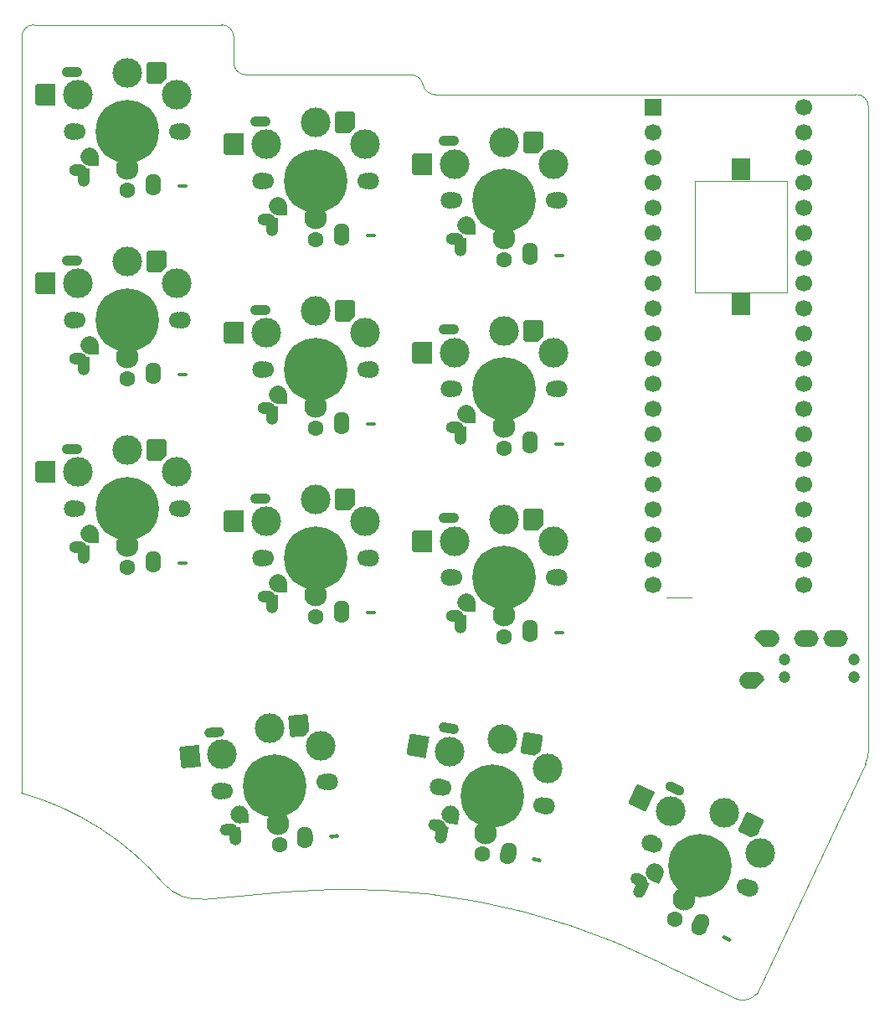
<source format=gts>
%TF.GenerationSoftware,KiCad,Pcbnew,(7.0.0-0)*%
%TF.CreationDate,2023-05-01T13:28:00-07:00*%
%TF.ProjectId,cantor-master-key,63616e74-6f72-42d6-9d61-737465722d6b,rev1.0*%
%TF.SameCoordinates,PX78114e0PY44b6550*%
%TF.FileFunction,Soldermask,Top*%
%TF.FilePolarity,Negative*%
%FSLAX46Y46*%
G04 Gerber Fmt 4.6, Leading zero omitted, Abs format (unit mm)*
G04 Created by KiCad (PCBNEW (7.0.0-0)) date 2023-05-01 13:28:00*
%MOMM*%
%LPD*%
G01*
G04 APERTURE LIST*
G04 Aperture macros list*
%AMHorizOval*
0 Thick line with rounded ends*
0 $1 width*
0 $2 $3 position (X,Y) of the first rounded end (center of the circle)*
0 $4 $5 position (X,Y) of the second rounded end (center of the circle)*
0 Add line between two ends*
20,1,$1,$2,$3,$4,$5,0*
0 Add two circle primitives to create the rounded ends*
1,1,$1,$2,$3*
1,1,$1,$4,$5*%
%AMFreePoly0*
4,1,28,-1.000000,0.000000,-0.988573,0.106283,-0.938839,0.239624,-0.853553,0.353553,-0.739624,0.438839,-0.606283,0.488573,-0.500000,0.500000,0.500000,0.500000,0.606283,0.488573,0.739624,0.438839,0.853553,0.353553,0.938839,0.239624,0.988573,0.106283,1.000000,0.000000,0.988573,-0.106283,0.938839,-0.239624,0.853553,-0.353553,0.739624,-0.438839,0.606283,-0.488573,0.500000,-0.500000,
-0.500000,-0.500000,-0.606283,-0.488573,-0.739624,-0.438839,-0.853553,-0.353553,-0.938839,-0.239624,-0.988573,-0.106283,-1.000000,0.000000,-1.000000,0.000000,-1.000000,0.000000,$1*%
%AMFreePoly1*
4,1,13,-1.000000,0.860000,-0.981731,0.951844,-0.929706,1.029706,-0.851844,1.081731,-0.760000,1.100000,1.000000,1.100000,1.000000,-1.100000,-0.760000,-1.100000,-0.851844,-1.081731,-0.929706,-1.029706,-0.981731,-0.951844,-1.000000,-0.860000,-1.000000,0.860000,-1.000000,0.860000,$1*%
%AMFreePoly2*
4,1,17,-0.900000,0.000000,-0.879555,0.155291,-0.819615,0.300000,-0.724264,0.424264,-0.600000,0.519615,-0.455291,0.579555,-0.300000,0.600000,0.900000,0.600000,0.900000,-0.600000,-0.300000,-0.600000,-0.455291,-0.579555,-0.600000,-0.519615,-0.724264,-0.424264,-0.819615,-0.300000,-0.879555,-0.155291,-0.900000,0.000000,-0.900000,0.000000,-0.900000,0.000000,$1*%
%AMFreePoly3*
4,1,27,-0.900000,0.900000,0.000000,0.900000,0.140791,0.888920,0.322531,0.840222,0.490175,0.754804,0.636396,0.636396,0.754804,0.490175,0.840222,0.322531,0.888920,0.140791,0.900000,0.000000,0.888920,-0.140791,0.840222,-0.322531,0.754804,-0.490175,0.636396,-0.636396,0.490175,-0.754804,0.322531,-0.840222,0.140791,-0.888920,0.000000,-0.900000,-0.140791,-0.888920,-0.322531,-0.840222,
-0.490175,-0.754804,-0.636396,-0.636396,-0.754804,-0.490175,-0.840222,-0.322531,-0.888920,-0.140791,-0.900000,0.000000,-0.900000,0.900000,-0.900000,0.900000,$1*%
%AMFreePoly4*
4,1,20,-0.800000,0.720000,-0.720000,0.800000,0.720000,0.800000,0.800000,0.720000,0.800000,0.000000,0.779942,-0.178017,0.720775,-0.347107,0.625465,-0.498792,0.498792,-0.625465,0.347107,-0.720775,0.178017,-0.779942,0.000000,-0.800000,-0.178017,-0.779942,-0.347107,-0.720775,-0.498792,-0.625465,-0.625465,-0.498792,-0.720775,-0.347107,-0.779942,-0.178017,-0.800000,0.000000,-0.800000,0.720000,
-0.800000,0.720000,$1*%
%AMFreePoly5*
4,1,18,-1.000000,0.860000,-0.981731,0.951844,-0.929706,1.029706,-0.851844,1.081731,-0.760000,1.100000,0.760000,1.100000,0.851844,1.081731,0.929706,1.029706,0.981731,0.951844,1.000000,0.860000,1.000000,-0.600000,0.500000,-1.100000,-0.760000,-1.100000,-0.851844,-1.081731,-0.929706,-1.029706,-0.981731,-0.951844,-1.000000,-0.860000,-1.000000,0.860000,-1.000000,0.860000,$1*%
%AMFreePoly6*
4,1,28,-0.850000,0.400000,-0.842219,0.514750,-0.797860,0.693119,-0.716195,0.857783,-0.601041,1.001041,-0.457783,1.116195,-0.293119,1.197860,-0.114750,1.242219,0.000000,1.250000,0.850000,0.400000,0.850000,-0.400000,0.842219,-0.514750,0.797860,-0.693119,0.716195,-0.857783,0.601041,-1.001041,0.457783,-1.116195,0.293119,-1.197860,0.114750,-1.242219,0.000000,-1.250000,-0.114750,-1.242219,
-0.293119,-1.197860,-0.457783,-1.116195,-0.601041,-1.001041,-0.716195,-0.857783,-0.797860,-0.693119,-0.842219,-0.514750,-0.850000,-0.400000,-0.850000,0.400000,-0.850000,0.400000,$1*%
%AMFreePoly7*
4,1,28,-0.850000,0.400000,-0.842219,0.514750,-0.797860,0.693119,-0.716195,0.857783,-0.601041,1.001041,-0.457783,1.116195,-0.293119,1.197860,-0.114750,1.242219,0.000000,1.250000,0.114750,1.242219,0.293119,1.197860,0.457783,1.116195,0.601041,1.001041,0.716195,0.857783,0.797860,0.693119,0.842219,0.514750,0.850000,0.400000,0.850000,-0.400000,0.000000,-1.250000,-0.114750,-1.242219,
-0.293119,-1.197860,-0.457783,-1.116195,-0.601041,-1.001041,-0.716195,-0.857783,-0.797860,-0.693119,-0.842219,-0.514750,-0.850000,-0.400000,-0.850000,0.400000,-0.850000,0.400000,$1*%
G04 Aperture macros list end*
%ADD10C,0.120000*%
%ADD11FreePoly0,0.000000*%
%ADD12C,1.800000*%
%ADD13C,1.700000*%
%ADD14C,3.000000*%
%ADD15C,4.800000*%
%ADD16C,6.400000*%
%ADD17C,2.300000*%
%ADD18O,1.000000X0.400000*%
%ADD19FreePoly1,0.000000*%
%ADD20O,1.800000X1.200000*%
%ADD21FreePoly2,90.000000*%
%ADD22FreePoly3,180.000000*%
%ADD23C,1.600000*%
%ADD24FreePoly4,180.000000*%
%ADD25FreePoly5,0.000000*%
%ADD26FreePoly0,5.000000*%
%ADD27HorizOval,0.400000X0.298858X0.026147X-0.298858X-0.026147X0*%
%ADD28FreePoly1,5.000000*%
%ADD29HorizOval,1.200000X0.298858X0.026147X-0.298858X-0.026147X0*%
%ADD30FreePoly2,95.000000*%
%ADD31FreePoly3,185.000000*%
%ADD32FreePoly4,185.000000*%
%ADD33FreePoly5,5.000000*%
%ADD34C,1.200000*%
%ADD35FreePoly6,270.000000*%
%ADD36FreePoly7,270.000000*%
%ADD37O,2.500000X1.700000*%
%ADD38C,0.400000*%
%ADD39R,1.955800X2.311400*%
%ADD40FreePoly0,335.000000*%
%ADD41HorizOval,0.400000X0.271892X-0.126785X-0.271892X0.126785X0*%
%ADD42FreePoly1,335.000000*%
%ADD43HorizOval,1.200000X0.271892X-0.126785X-0.271892X0.126785X0*%
%ADD44FreePoly2,65.000000*%
%ADD45FreePoly3,155.000000*%
%ADD46FreePoly4,155.000000*%
%ADD47FreePoly5,335.000000*%
%ADD48R,1.700000X1.700000*%
%ADD49FreePoly0,350.000000*%
%ADD50HorizOval,0.400000X0.295442X-0.052094X-0.295442X0.052094X0*%
%ADD51FreePoly1,350.000000*%
%ADD52HorizOval,1.200000X0.295442X-0.052094X-0.295442X0.052094X0*%
%ADD53FreePoly2,80.000000*%
%ADD54FreePoly3,170.000000*%
%ADD55FreePoly4,170.000000*%
%ADD56FreePoly5,350.000000*%
%TA.AperFunction,Profile*%
%ADD57C,0.100000*%
%TD*%
%TA.AperFunction,Profile*%
%ADD58C,0.120000*%
%TD*%
G04 APERTURE END LIST*
D10*
%TO.C,U1*%
X54525000Y-28080000D02*
X57065000Y-28080000D01*
%TD*%
D11*
%TO.C,K25*%
X32549999Y-20049999D03*
D12*
X32600000Y-26050000D03*
D13*
X33020000Y-26050000D03*
D14*
X33100000Y-22350000D03*
X38100000Y-20150000D03*
D15*
X38100000Y-26050000D03*
D16*
X38100000Y-26050000D03*
D17*
X38100000Y-29800000D03*
D14*
X43100000Y-22350000D03*
D13*
X43180000Y-26050000D03*
D12*
X43600000Y-26050000D03*
D18*
X43649999Y-31599999D03*
D19*
X29824999Y-22349999D03*
D20*
X33099999Y-29949999D03*
D21*
X33699999Y-30749999D03*
D22*
X34289999Y-28589999D03*
D23*
X38100000Y-32000000D03*
D24*
X40699999Y-31129999D03*
D23*
X40700000Y-31800000D03*
D25*
X41099999Y-20149999D03*
%TD*%
D11*
%TO.C,K24*%
X13499999Y-18049999D03*
D12*
X13550000Y-24050000D03*
D13*
X13970000Y-24050000D03*
D14*
X14050000Y-20350000D03*
X19050000Y-18150000D03*
D15*
X19050000Y-24050000D03*
D16*
X19050000Y-24050000D03*
D17*
X19050000Y-27800000D03*
D14*
X24050000Y-20350000D03*
D13*
X24130000Y-24050000D03*
D12*
X24550000Y-24050000D03*
D18*
X24599999Y-29599999D03*
D19*
X10774999Y-20349999D03*
D20*
X14049999Y-27949999D03*
D21*
X14649999Y-28749999D03*
D22*
X15239999Y-26589999D03*
D23*
X19050000Y-30000000D03*
D24*
X21649999Y-29129999D03*
D23*
X21650000Y-29800000D03*
D25*
X22049999Y-18149999D03*
%TD*%
D11*
%TO.C,K04*%
X13499999Y20049999D03*
D12*
X13550000Y14050000D03*
D13*
X13970000Y14050000D03*
D14*
X14050000Y17750000D03*
X19050000Y19950000D03*
D15*
X19050000Y14050000D03*
D16*
X19050000Y14050000D03*
D17*
X19050000Y10300000D03*
D14*
X24050000Y17750000D03*
D13*
X24130000Y14050000D03*
D12*
X24550000Y14050000D03*
D18*
X24599999Y8499999D03*
D19*
X10774999Y17749999D03*
D20*
X14049999Y10149999D03*
D21*
X14649999Y9349999D03*
D22*
X15239999Y11509999D03*
D23*
X19050000Y8100000D03*
D24*
X21649999Y8969999D03*
D23*
X21650000Y8300000D03*
D25*
X22049999Y19949999D03*
%TD*%
D26*
%TO.C,K30*%
X8848184Y-41656545D03*
D12*
X9420929Y-47629357D03*
D13*
X9839331Y-47592751D03*
D14*
X9596550Y-43899858D03*
X14385781Y-41272451D03*
D15*
X14900000Y-47150000D03*
D16*
X14900000Y-47150000D03*
D17*
X15226834Y-50885730D03*
D14*
X19558497Y-43028301D03*
D13*
X19960669Y-46707249D03*
D12*
X20379071Y-46670643D03*
D27*
X20912594Y-52195165D03*
D28*
X6334012Y-44185292D03*
D29*
X10258933Y-51470937D03*
D30*
X10926374Y-52215599D03*
D31*
X11325873Y-50012397D03*
D23*
X15418577Y-53077358D03*
D32*
X17932857Y-51984063D03*
D23*
X17991252Y-52651515D03*
D33*
X17374364Y-41010983D03*
%TD*%
D11*
%TO.C,K14*%
X13499999Y999999D03*
D12*
X13550000Y-5000000D03*
D13*
X13970000Y-5000000D03*
D14*
X14050000Y-1300000D03*
X19050000Y900000D03*
D15*
X19050000Y-5000000D03*
D16*
X19050000Y-5000000D03*
D17*
X19050000Y-8750000D03*
D14*
X24050000Y-1300000D03*
D13*
X24130000Y-5000000D03*
D12*
X24550000Y-5000000D03*
D18*
X24599999Y-10549999D03*
D19*
X10774999Y-1299999D03*
D20*
X14049999Y-8899999D03*
D21*
X14649999Y-9699999D03*
D22*
X15239999Y-7539999D03*
D23*
X19050000Y-10950000D03*
D24*
X21649999Y-10079999D03*
D23*
X21650000Y-10750000D03*
D25*
X22049999Y899999D03*
%TD*%
D11*
%TO.C,K23*%
X-5549999Y-13049999D03*
D12*
X-5500000Y-19050000D03*
D13*
X-5080000Y-19050000D03*
D14*
X-5000000Y-15350000D03*
X0Y-13150000D03*
D15*
X0Y-19050000D03*
D16*
X0Y-19050000D03*
D17*
X0Y-22800000D03*
D14*
X5000000Y-15350000D03*
D13*
X5080000Y-19050000D03*
D12*
X5500000Y-19050000D03*
D18*
X5549999Y-24599999D03*
D19*
X-8274999Y-15349999D03*
D20*
X-4999999Y-22949999D03*
D21*
X-4399999Y-23749999D03*
D22*
X-3809999Y-21589999D03*
D23*
X0Y-25000000D03*
D24*
X2599999Y-24129999D03*
D23*
X2600000Y-24800000D03*
D25*
X2999999Y-13149999D03*
%TD*%
D11*
%TO.C,K03*%
X-5549999Y25049999D03*
D12*
X-5500000Y19050000D03*
D13*
X-5080000Y19050000D03*
D14*
X-5000000Y22750000D03*
X0Y24950000D03*
D15*
X0Y19050000D03*
D16*
X0Y19050000D03*
D17*
X0Y15300000D03*
D14*
X5000000Y22750000D03*
D13*
X5080000Y19050000D03*
D12*
X5500000Y19050000D03*
D18*
X5549999Y13499999D03*
D19*
X-8274999Y22749999D03*
D20*
X-4999999Y15149999D03*
D21*
X-4399999Y14349999D03*
D22*
X-3809999Y16509999D03*
D23*
X0Y13100000D03*
D24*
X2599999Y13969999D03*
D23*
X2600000Y13300000D03*
D25*
X2999999Y24949999D03*
%TD*%
D34*
%TO.C,J1*%
X73460000Y-34320000D03*
X66460000Y-34320000D03*
X73460000Y-36070000D03*
X66460000Y-36070000D03*
D35*
X63159999Y-36419999D03*
D36*
X64659999Y-32219999D03*
D37*
X68659999Y-32219999D03*
X71659999Y-32219999D03*
%TD*%
D38*
%TO.C,LS1*%
X62085000Y15189000D03*
D39*
X62084999Y15188999D03*
D38*
X62085000Y1600000D03*
D39*
X62084999Y1599999D03*
%TD*%
D11*
%TO.C,K15*%
X32549999Y-999999D03*
D12*
X32600000Y-7000000D03*
D13*
X33020000Y-7000000D03*
D14*
X33100000Y-3300000D03*
X38100000Y-1100000D03*
D15*
X38100000Y-7000000D03*
D16*
X38100000Y-7000000D03*
D17*
X38100000Y-10750000D03*
D14*
X43100000Y-3300000D03*
D13*
X43180000Y-7000000D03*
D12*
X43600000Y-7000000D03*
D18*
X43649999Y-12549999D03*
D19*
X29824999Y-3299999D03*
D20*
X33099999Y-10899999D03*
D21*
X33699999Y-11699999D03*
D22*
X34289999Y-9539999D03*
D23*
X38100000Y-12950000D03*
D24*
X40699999Y-12079999D03*
D23*
X40700000Y-12750000D03*
D25*
X41099999Y-1099999D03*
%TD*%
D40*
%TO.C,K32*%
X55405700Y-47366620D03*
D12*
X52915307Y-52825600D03*
D13*
X53295956Y-53003099D03*
D14*
X54932149Y-49683570D03*
X60393448Y-49802784D03*
D15*
X57900000Y-55150000D03*
D16*
X57900000Y-55150000D03*
D17*
X56315182Y-58548654D03*
D14*
X63995227Y-53909752D03*
D13*
X62504044Y-57296901D03*
D12*
X62884693Y-57474400D03*
D41*
X60584476Y-62525539D03*
D42*
X51963990Y-48299494D03*
D43*
X51720249Y-56571508D03*
D44*
X51925939Y-57550125D03*
D45*
X53373516Y-55841845D03*
D23*
X55385421Y-60542531D03*
D46*
X58109498Y-60852850D03*
D23*
X57826345Y-61460077D03*
D47*
X63112370Y-51070638D03*
%TD*%
D48*
%TO.C,U1*%
X53134999Y21429999D03*
D13*
X53135000Y18890000D03*
X53135000Y16350000D03*
X53135000Y13810000D03*
X53135000Y11270000D03*
X53135000Y8730000D03*
X53135000Y6190000D03*
X53135000Y3650000D03*
X53135000Y1110000D03*
X53135000Y-1430000D03*
X53135000Y-3970000D03*
X53135000Y-6510000D03*
X53135000Y-9050000D03*
X53135000Y-11590000D03*
X53135000Y-14130000D03*
X53135000Y-16670000D03*
X53135000Y-19210000D03*
X53135000Y-21750000D03*
X53135000Y-24290000D03*
X53135000Y-26830000D03*
X68375000Y-26830000D03*
X68375000Y-24290000D03*
X68375000Y-21750000D03*
X68375000Y-19210000D03*
X68375000Y-16670000D03*
X68375000Y-14130000D03*
X68375000Y-11590000D03*
X68375000Y-9050000D03*
X68375000Y-6510000D03*
X68375000Y-3970000D03*
X68375000Y-1430000D03*
X68375000Y1110000D03*
X68375000Y3650000D03*
X68375000Y6190000D03*
X68375000Y8730000D03*
X68375000Y11270000D03*
X68375000Y13810000D03*
X68375000Y16350000D03*
X68375000Y18890000D03*
X68375000Y21430000D03*
%TD*%
D11*
%TO.C,K05*%
X32549999Y18049999D03*
D12*
X32600000Y12050000D03*
D13*
X33020000Y12050000D03*
D14*
X33100000Y15750000D03*
X38100000Y17950000D03*
D15*
X38100000Y12050000D03*
D16*
X38100000Y12050000D03*
D17*
X38100000Y8300000D03*
D14*
X43100000Y15750000D03*
D13*
X43180000Y12050000D03*
D12*
X43600000Y12050000D03*
D18*
X43649999Y6499999D03*
D19*
X29824999Y15749999D03*
D20*
X33099999Y8149999D03*
D21*
X33699999Y7349999D03*
D22*
X34289999Y9509999D03*
D23*
X38100000Y6100000D03*
D24*
X40699999Y6969999D03*
D23*
X40700000Y6300000D03*
D25*
X41099999Y17949999D03*
%TD*%
D11*
%TO.C,K13*%
X-5549999Y5999999D03*
D12*
X-5500000Y0D03*
D13*
X-5080000Y0D03*
D14*
X-5000000Y3700000D03*
X0Y5900000D03*
D15*
X0Y0D03*
D16*
X0Y0D03*
D17*
X0Y-3750000D03*
D14*
X5000000Y3700000D03*
D13*
X5080000Y0D03*
D12*
X5500000Y0D03*
D18*
X5549999Y-5549999D03*
D19*
X-8274999Y3699999D03*
D20*
X-4999999Y-3899999D03*
D21*
X-4399999Y-4699999D03*
D22*
X-3809999Y-2539999D03*
D23*
X0Y-5950000D03*
D24*
X2599999Y-5079999D03*
D23*
X2600000Y-5750000D03*
D25*
X2999999Y5899999D03*
%TD*%
D49*
%TO.C,K31*%
X32476205Y-41277406D03*
D12*
X31483557Y-47194935D03*
D13*
X31897177Y-47267867D03*
D14*
X32618459Y-43637970D03*
X37924524Y-42339634D03*
D15*
X36900000Y-48150000D03*
D16*
X36900000Y-48150000D03*
D17*
X36248819Y-51843029D03*
D14*
X42466537Y-45374452D03*
D13*
X41902823Y-49032133D03*
D12*
X42316443Y-49105065D03*
D50*
X41401935Y-54579429D03*
D51*
X29393213Y-43069272D03*
D52*
X31298732Y-51122508D03*
D53*
X31750698Y-52014543D03*
D54*
X32706815Y-49989811D03*
D23*
X35866793Y-54009606D03*
D55*
X38578366Y-53604308D03*
D23*
X38462023Y-54264130D03*
D56*
X40878947Y-42860578D03*
%TD*%
D57*
X3789999Y-57090001D02*
G75*
G03*
X-10673448Y-47830000I-22363720J-19005078D01*
G01*
X63630000Y-68110000D02*
X74635831Y-44865940D01*
X3789970Y-57090029D02*
G75*
G03*
X7610000Y-58539999I3440030J3305929D01*
G01*
X29900001Y23770000D02*
G75*
G03*
X31110000Y22759999I1209999J219800D01*
G01*
X73670000Y22760000D02*
X31110000Y22760000D01*
X-10673448Y28570000D02*
X-10673448Y-47830000D01*
X-9436896Y29806552D02*
X9530000Y29806552D01*
X12003104Y24750000D02*
X28690000Y24750000D01*
X74960028Y21510000D02*
G75*
G03*
X73670000Y22759999I-1241028J9900D01*
G01*
X74635824Y-44865936D02*
G75*
G03*
X74959999Y-43570000I-2650524J1351536D01*
G01*
X10766552Y28570000D02*
X10766552Y25980000D01*
X15940000Y-57820000D02*
X7610000Y-58540000D01*
X53910000Y-64960000D02*
X61613868Y-68641488D01*
X29900008Y23770002D02*
G75*
G03*
X28690000Y24750000I-1210008J-257002D01*
G01*
X10766583Y25980000D02*
G75*
G03*
X12003104Y24750000I1230017J0D01*
G01*
X-9436896Y29806548D02*
G75*
G03*
X-10673448Y28570000I-4J-1236548D01*
G01*
X10766552Y28570000D02*
G75*
G03*
X9530000Y29806552I-1236552J0D01*
G01*
X74960000Y-43570000D02*
X74960000Y21510000D01*
X61613883Y-68641447D02*
G75*
G03*
X63629999Y-68109999I623117J1726047D01*
G01*
X53910001Y-64959998D02*
G75*
G03*
X15940000Y-57820000I-31697901J-64036302D01*
G01*
D58*
%TO.C,LS1*%
X66735000Y14044500D02*
X57435000Y14044500D01*
X57435000Y14044500D02*
X57435000Y2744500D01*
X57435000Y2744500D02*
X66735000Y2744500D01*
X66735000Y2744500D02*
X66735000Y14044500D01*
%TD*%
M02*

</source>
